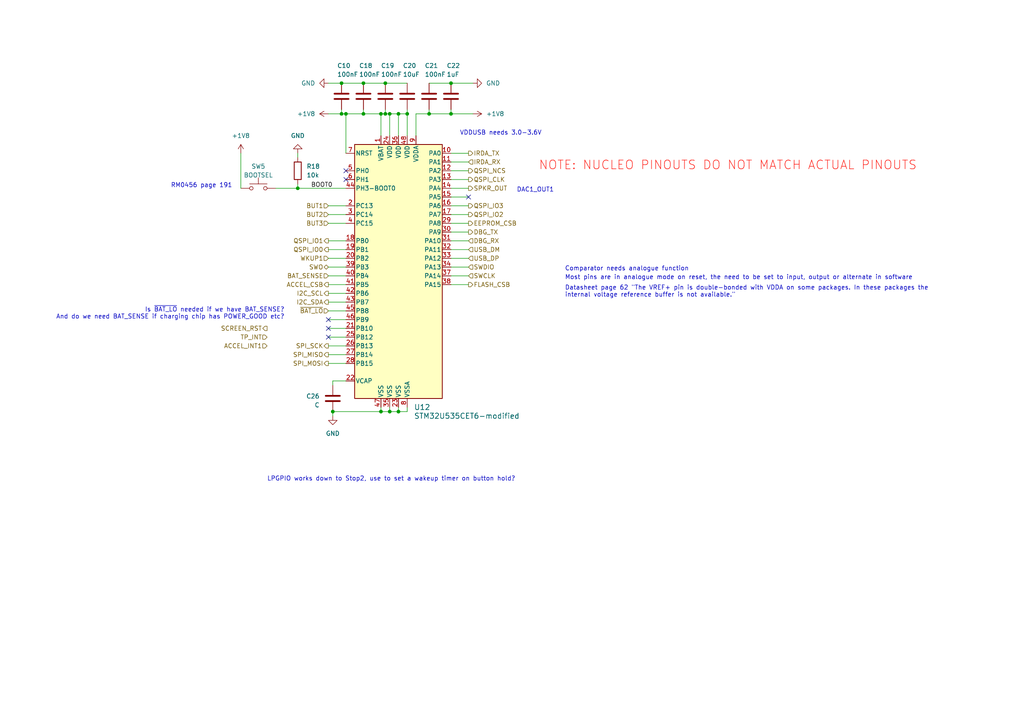
<source format=kicad_sch>
(kicad_sch (version 20230121) (generator eeschema)
  (paper "A4")
  (lib_symbols
    (symbol "Device:C" (pin_numbers hide) (pin_names (offset 0.254))
      (property "Reference" "C" (at 0.635 2.54 0))
      (property "Value" "C" (at 0.635 -2.54 0))
      (symbol "C_0_1"
        (polyline (pts (xy -2.032 -0.762) (xy 2.032 -0.762)) (stroke (width 0.508)))
        (polyline (pts (xy -2.032 0.762) (xy 2.032 0.762)) (stroke (width 0.508)))
      )
      (symbol "C_1_1"
        (pin passive line (at 0 3.81 270) (length 2.794) (name "~") (number "1"))
        (pin passive line (at 0 -3.81 90) (length 2.794) (name "~") (number "2"))
      )
    )
    (symbol "Device:R" (pin_numbers hide) (pin_names (offset 0))
      (property "Reference" "R" (at 2.032 0 90))
      (property "Value" "R" (at 0 0 90))
      (symbol "R_0_1"
        (rectangle (start -1.016 -2.54) (end 1.016 2.54) (stroke (width 0.254)))
      )
      (symbol "R_1_1"
        (pin passive line (at 0 3.81 270) (length 1.27) (name "~") (number "1"))
        (pin passive line (at 0 -3.81 90) (length 1.27) (name "~") (number "2"))
      )
    )
    (symbol "SamacSys_Parts:STM32U535CET6-modified" (pin_names (offset 0.254))
      (property "Reference" "U" (at 12.7 7.62 0))
      (property "Value" "STM32U535CET6-modified" (at 50.8 6.35 0))
      (symbol "STM32U535CET6-modified_0_1"
        (rectangle (start 17.78 5.08) (end 43.18 -68.58) (stroke (width 0.254)) (fill (type background)))
      )
      (symbol "STM32U535CET6-modified_1_1"
        (pin power_in line (at 25.4 7.62 270) (length 2.54) (name "VBAT") (number "1"))
        (pin bidirectional line (at 45.72 2.54 180) (length 2.54) (name "PA0") (number "10"))
        (pin bidirectional line (at 45.72 0 180) (length 2.54) (name "PA1") (number "11"))
        (pin bidirectional line (at 45.72 -2.54 180) (length 2.54) (name "PA2") (number "12"))
        (pin bidirectional line (at 45.72 -5.08 180) (length 2.54) (name "PA3") (number "13"))
        (pin bidirectional line (at 45.72 -7.62 180) (length 2.54) (name "PA4") (number "14"))
        (pin bidirectional line (at 45.72 -10.16 180) (length 2.54) (name "PA5") (number "15"))
        (pin bidirectional line (at 45.72 -12.7 180) (length 2.54) (name "PA6") (number "16"))
        (pin bidirectional line (at 45.72 -15.24 180) (length 2.54) (name "PA7") (number "17"))
        (pin bidirectional line (at 15.24 -22.86 0) (length 2.54) (name "PB0") (number "18"))
        (pin bidirectional line (at 15.24 -25.4 0) (length 2.54) (name "PB1") (number "19"))
        (pin bidirectional line (at 15.24 -12.7 0) (length 2.54) (name "PC13") (number "2"))
        (pin bidirectional line (at 15.24 -27.94 0) (length 2.54) (name "PB2") (number "20"))
        (pin bidirectional line (at 15.24 -48.26 0) (length 2.54) (name "PB10") (number "21"))
        (pin power_in line (at 15.24 -63.5 0) (length 2.54) (name "VCAP") (number "22"))
        (pin power_in line (at 30.48 -71.12 90) (length 2.54) (name "VSS") (number "23"))
        (pin power_in line (at 27.94 7.62 270) (length 2.54) (name "VDD") (number "24"))
        (pin bidirectional line (at 15.24 -50.8 0) (length 2.54) (name "PB12") (number "25"))
        (pin bidirectional line (at 15.24 -53.34 0) (length 2.54) (name "PB13") (number "26"))
        (pin bidirectional line (at 15.24 -55.88 0) (length 2.54) (name "PB14") (number "27"))
        (pin bidirectional line (at 15.24 -58.42 0) (length 2.54) (name "PB15") (number "28"))
        (pin bidirectional line (at 45.72 -17.78 180) (length 2.54) (name "PA8") (number "29"))
        (pin bidirectional line (at 15.24 -15.24 0) (length 2.54) (name "PC14") (number "3"))
        (pin bidirectional line (at 45.72 -20.32 180) (length 2.54) (name "PA9") (number "30"))
        (pin bidirectional line (at 45.72 -22.86 180) (length 2.54) (name "PA10") (number "31"))
        (pin bidirectional line (at 45.72 -25.4 180) (length 2.54) (name "PA11") (number "32"))
        (pin bidirectional line (at 45.72 -27.94 180) (length 2.54) (name "PA12") (number "33"))
        (pin bidirectional line (at 45.72 -30.48 180) (length 2.54) (name "PA13") (number "34"))
        (pin power_in line (at 27.94 -71.12 90) (length 2.54) (name "VSS") (number "35"))
        (pin power_in line (at 30.48 7.62 270) (length 2.54) (name "VDD") (number "36"))
        (pin bidirectional line (at 45.72 -33.02 180) (length 2.54) (name "PA14") (number "37"))
        (pin bidirectional line (at 45.72 -35.56 180) (length 2.54) (name "PA15") (number "38"))
        (pin bidirectional line (at 15.24 -30.48 0) (length 2.54) (name "PB3") (number "39"))
        (pin bidirectional line (at 15.24 -17.78 0) (length 2.54) (name "PC15") (number "4"))
        (pin bidirectional line (at 15.24 -33.02 0) (length 2.54) (name "PB4") (number "40"))
        (pin bidirectional line (at 15.24 -35.56 0) (length 2.54) (name "PB5") (number "41"))
        (pin bidirectional line (at 15.24 -38.1 0) (length 2.54) (name "PB6") (number "42"))
        (pin bidirectional line (at 15.24 -40.64 0) (length 2.54) (name "PB7") (number "43"))
        (pin bidirectional line (at 15.24 -7.62 0) (length 2.54) (name "PH3-BOOT0") (number "44"))
        (pin bidirectional line (at 15.24 -43.18 0) (length 2.54) (name "PB8") (number "45"))
        (pin bidirectional line (at 15.24 -45.72 0) (length 2.54) (name "PB9") (number "46"))
        (pin power_in line (at 25.4 -71.12 90) (length 2.54) (name "VSS") (number "47"))
        (pin power_in line (at 33.02 7.62 270) (length 2.54) (name "VDD") (number "48"))
        (pin bidirectional line (at 15.24 -2.54 0) (length 2.54) (name "PH0") (number "5"))
        (pin bidirectional line (at 15.24 -5.08 0) (length 2.54) (name "PH1") (number "6"))
        (pin bidirectional line (at 15.24 2.54 0) (length 2.54) (name "NRST") (number "7"))
        (pin power_in line (at 33.02 -71.12 90) (length 2.54) (name "VSSA") (number "8"))
        (pin power_in line (at 35.56 7.62 270) (length 2.54) (name "VDDA") (number "9"))
      )
    )
    (symbol "Switch:SW_Push" (pin_numbers hide) (pin_names (offset 1.016) hide)
      (property "Reference" "SW" (at 1.27 2.54 0))
      (property "Value" "SW_Push" (at 0 -1.524 0))
      (symbol "SW_Push_0_1"
        (circle (center -2.032 0) (radius 0.508))
        (polyline (pts (xy 0 1.27) (xy 0 3.048)))
        (polyline (pts (xy 2.54 1.27) (xy -2.54 1.27)))
        (circle (center 2.032 0) (radius 0.508))
        (pin passive line (at -5.08 0 0) (length 2.54) (name "1") (number "1"))
        (pin passive line (at 5.08 0 180) (length 2.54) (name "2") (number "2"))
      )
    )
    (symbol "power:+1V8" (power) (pin_names (offset 0))
      (property "Value" "+1V8" (at 0 3.556 0))
      (symbol "+1V8_0_1"
        (polyline (pts (xy -0.762 1.27) (xy 0 2.54)))
        (polyline (pts (xy 0 0) (xy 0 2.54)))
        (polyline (pts (xy 0 2.54) (xy 0.762 1.27)))
      )
      (symbol "+1V8_1_1"
        (pin power_in line (at 0 0 90) (length 0) hide (name "+1V8") (number "1"))
      )
    )
    (symbol "power:GND" (power) (pin_names (offset 0))
      (property "Value" "GND" (at 0 -3.81 0))
      (symbol "GND_0_1"
        (polyline (pts (xy 0 0) (xy 0 -1.27) (xy 1.27 -1.27) (xy 0 -2.54) (xy -1.27 -1.27) (xy 0 -1.27)))
      )
      (symbol "GND_1_1"
        (pin power_in line (at 0 0 270) (length 0) hide (name "GND") (number "1"))
      )
    )
  )
  (junction (at 113.03 33.02))
  (junction (at 110.49 119.38))
  (junction (at 105.41 33.02))
  (junction (at 86.36 54.61))
  (junction (at 130.81 24.13))
  (junction (at 100.33 33.02))
  (junction (at 96.52 119.38))
  (junction (at 105.41 24.13))
  (junction (at 99.06 24.13))
  (junction (at 115.57 119.38))
  (junction (at 99.06 33.02))
  (junction (at 111.76 33.02))
  (junction (at 124.46 33.02))
  (junction (at 115.57 33.02))
  (junction (at 111.76 24.13))
  (junction (at 118.11 33.02))
  (junction (at 113.03 119.38))
  (junction (at 130.81 33.02))
  (junction (at 110.49 33.02))
  (no_connect (at 95.25 97.79))
  (no_connect (at 100.33 52.07))
  (no_connect (at 95.25 95.25))
  (no_connect (at 100.33 49.53))
  (no_connect (at 135.89 57.15))
  (no_connect (at 95.25 92.71))
  (wire (pts (xy 115.57 33.02) (xy 118.11 33.02)))
  (wire (pts (xy 130.81 59.69) (xy 135.89 59.69)))
  (wire (pts (xy 115.57 119.38) (xy 115.57 118.11)))
  (wire (pts (xy 115.57 119.38) (xy 113.03 119.38)))
  (wire (pts (xy 130.81 52.07) (xy 135.89 52.07)))
  (wire (pts (xy 95.25 77.47) (xy 100.33 77.47)))
  (wire (pts (xy 95.25 72.39) (xy 100.33 72.39)))
  (wire (pts (xy 99.06 31.75) (xy 99.06 33.02)))
  (wire (pts (xy 124.46 33.02) (xy 124.46 31.75)))
  (wire (pts (xy 111.76 31.75) (xy 111.76 33.02)))
  (wire (pts (xy 130.81 24.13) (xy 137.16 24.13)))
  (wire (pts (xy 130.81 64.77) (xy 135.89 64.77)))
  (wire (pts (xy 118.11 31.75) (xy 118.11 33.02)))
  (wire (pts (xy 99.06 24.13) (xy 105.41 24.13)))
  (wire (pts (xy 95.25 87.63) (xy 100.33 87.63)))
  (wire (pts (xy 130.81 74.93) (xy 135.89 74.93)))
  (wire (pts (xy 99.06 33.02) (xy 100.33 33.02)))
  (wire (pts (xy 110.49 33.02) (xy 111.76 33.02)))
  (wire (pts (xy 95.25 62.23) (xy 100.33 62.23)))
  (wire (pts (xy 95.25 90.17) (xy 100.33 90.17)))
  (wire (pts (xy 113.03 33.02) (xy 113.03 39.37)))
  (wire (pts (xy 95.25 92.71) (xy 100.33 92.71)))
  (wire (pts (xy 124.46 24.13) (xy 130.81 24.13)))
  (wire (pts (xy 130.81 33.02) (xy 124.46 33.02)))
  (wire (pts (xy 95.25 85.09) (xy 100.33 85.09)))
  (wire (pts (xy 110.49 118.11) (xy 110.49 119.38)))
  (wire (pts (xy 95.25 105.41) (xy 100.33 105.41)))
  (wire (pts (xy 95.25 59.69) (xy 100.33 59.69)))
  (wire (pts (xy 95.25 102.87) (xy 100.33 102.87)))
  (wire (pts (xy 95.25 33.02) (xy 99.06 33.02)))
  (wire (pts (xy 120.65 33.02) (xy 120.65 39.37)))
  (wire (pts (xy 95.25 69.85) (xy 100.33 69.85)))
  (wire (pts (xy 113.03 119.38) (xy 110.49 119.38)))
  (wire (pts (xy 130.81 49.53) (xy 135.89 49.53)))
  (wire (pts (xy 105.41 33.02) (xy 110.49 33.02)))
  (wire (pts (xy 95.25 100.33) (xy 100.33 100.33)))
  (wire (pts (xy 130.81 77.47) (xy 135.89 77.47)))
  (wire (pts (xy 100.33 33.02) (xy 100.33 44.45)))
  (wire (pts (xy 118.11 119.38) (xy 118.11 118.11)))
  (wire (pts (xy 96.52 120.65) (xy 96.52 119.38)))
  (wire (pts (xy 69.85 44.45) (xy 69.85 54.61)))
  (wire (pts (xy 130.81 44.45) (xy 135.89 44.45)))
  (wire (pts (xy 124.46 33.02) (xy 120.65 33.02)))
  (wire (pts (xy 96.52 110.49) (xy 96.52 111.76)))
  (wire (pts (xy 115.57 33.02) (xy 115.57 39.37)))
  (wire (pts (xy 86.36 54.61) (xy 100.33 54.61)))
  (wire (pts (xy 118.11 33.02) (xy 118.11 39.37)))
  (wire (pts (xy 86.36 53.34) (xy 86.36 54.61)))
  (wire (pts (xy 130.81 46.99) (xy 135.89 46.99)))
  (wire (pts (xy 86.36 44.45) (xy 86.36 45.72)))
  (wire (pts (xy 105.41 24.13) (xy 111.76 24.13)))
  (wire (pts (xy 111.76 33.02) (xy 113.03 33.02)))
  (wire (pts (xy 95.25 64.77) (xy 100.33 64.77)))
  (wire (pts (xy 130.81 82.55) (xy 135.89 82.55)))
  (wire (pts (xy 111.76 24.13) (xy 118.11 24.13)))
  (wire (pts (xy 130.81 33.02) (xy 137.16 33.02)))
  (wire (pts (xy 100.33 110.49) (xy 96.52 110.49)))
  (wire (pts (xy 135.89 57.15) (xy 130.81 57.15)))
  (wire (pts (xy 95.25 74.93) (xy 100.33 74.93)))
  (wire (pts (xy 95.25 95.25) (xy 100.33 95.25)))
  (wire (pts (xy 130.81 54.61) (xy 135.89 54.61)))
  (wire (pts (xy 95.25 80.01) (xy 100.33 80.01)))
  (wire (pts (xy 95.25 82.55) (xy 100.33 82.55)))
  (wire (pts (xy 80.01 54.61) (xy 86.36 54.61)))
  (wire (pts (xy 130.81 72.39) (xy 135.89 72.39)))
  (wire (pts (xy 130.81 69.85) (xy 135.89 69.85)))
  (wire (pts (xy 105.41 31.75) (xy 105.41 33.02)))
  (wire (pts (xy 113.03 118.11) (xy 113.03 119.38)))
  (wire (pts (xy 113.03 33.02) (xy 115.57 33.02)))
  (wire (pts (xy 100.33 33.02) (xy 105.41 33.02)))
  (wire (pts (xy 130.81 33.02) (xy 130.81 31.75)))
  (wire (pts (xy 115.57 119.38) (xy 118.11 119.38)))
  (wire (pts (xy 110.49 119.38) (xy 96.52 119.38)))
  (wire (pts (xy 95.25 97.79) (xy 100.33 97.79)))
  (wire (pts (xy 130.81 67.31) (xy 135.89 67.31)))
  (wire (pts (xy 110.49 33.02) (xy 110.49 39.37)))
  (wire (pts (xy 130.81 62.23) (xy 135.89 62.23)))
  (wire (pts (xy 95.25 24.13) (xy 99.06 24.13)))
  (wire (pts (xy 130.81 80.01) (xy 135.89 80.01)))
  (text "LPGPIO works down to Stop2, use to set a wakeup timer on button hold?" (at 77.47 139.7 0) (effects (font (size 1.27 1.27)) (justify left bottom)))
  (text "DAC1_OUT1" (at 149.86 55.88 0) (effects (font (size 1.27 1.27)) (justify left bottom)))
  (text "Is ~{BAT_LO} needed if we have BAT_SENSE?\nAnd do we need BAT_SENSE if charging chip has POWER_GOOD etc?\n" (at 82.55 92.71 0) (effects (font (size 1.27 1.27)) (justify right bottom)))
  (text "NOTE: NUCLEO PINOUTS DO NOT MATCH ACTUAL PINOUTS" (at 156.21 49.53 0) (effects (font (size 2.54 2.54)) (justify left bottom)))
  (text "RM0456 page 191" (at 49.53 54.61 0) (effects (font (size 1.27 1.27)) (justify left bottom)))
  (text "Datasheet page 62 \"The VREF+ pin is double-bonded with VDDA on some packages. In these packages the\ninternal voltage reference buffer is not available.\"" (at 163.83 86.36 0) (effects (font (size 1.27 1.27)) (justify left bottom)))
  (text "Comparator needs analogue function" (at 163.83 78.74 0) (effects (font (size 1.27 1.27)) (justify left bottom)))
  (text "VDDUSB needs 3.0-3.6V" (at 133.35 39.37 0) (effects (font (size 1.27 1.27)) (justify left bottom)))
  (text "Most pins are in analogue mode on reset, the need to be set to input, output or alternate in software" (at 163.83 81.28 0) (effects (font (size 1.27 1.27)) (justify left bottom)))
  (label "BOOT0" (at 90.17 54.61 0))
  (hierarchical_label "IRDA_RX" (shape input) (at 135.89 46.99 0))
  (hierarchical_label "ACCEL_CSB" (shape output) (at 95.25 82.55 180))
  (hierarchical_label "SCREEN_RST" (shape output) (at 77.47 95.25 180))
  (hierarchical_label "I2C_SDA" (shape output) (at 95.25 87.63 180))
  (hierarchical_label "QSPI_IO0" (shape output) (at 95.25 72.39 180))
  (hierarchical_label "QSPI_CLK" (shape output) (at 135.89 52.07 0))
  (hierarchical_label "SWCLK" (shape input) (at 135.89 80.01 0))
  (hierarchical_label "SPKR_OUT" (shape output) (at 135.89 54.61 0))
  (hierarchical_label "QSPI_NCS" (shape output) (at 135.89 49.53 0))
  (hierarchical_label "DBG_TX" (shape output) (at 135.89 67.31 0))
  (hierarchical_label "SWDIO" (shape input) (at 135.89 77.47 0))
  (hierarchical_label "SPI_SCK" (shape output) (at 95.25 100.33 180))
  (hierarchical_label "EEPROM_CSB" (shape output) (at 135.89 64.77 0))
  (hierarchical_label "BUT2" (shape input) (at 95.25 62.23 180))
  (hierarchical_label "BAT_SENSE" (shape input) (at 95.25 80.01 180))
  (hierarchical_label "ACCEL_INT1" (shape input) (at 77.47 100.33 180))
  (hierarchical_label "QSPI_IO1" (shape output) (at 95.25 69.85 180))
  (hierarchical_label "IRDA_TX" (shape output) (at 135.89 44.45 0))
  (hierarchical_label "WKUP1" (shape input) (at 95.25 74.93 180))
  (hierarchical_label "SWO" (shape bidirectional) (at 95.25 77.47 180))
  (hierarchical_label "~{BAT_LO}" (shape input) (at 95.25 90.17 180))
  (hierarchical_label "SPI_MOSI" (shape output) (at 95.25 105.41 180))
  (hierarchical_label "TP_INT" (shape input) (at 77.47 97.79 180))
  (hierarchical_label "BUT3" (shape input) (at 95.25 64.77 180))
  (hierarchical_label "FLASH_CSB" (shape output) (at 135.89 82.55 0))
  (hierarchical_label "BUT1" (shape input) (at 95.25 59.69 180))
  (hierarchical_label "DBG_RX" (shape input) (at 135.89 69.85 0))
  (hierarchical_label "QSPI_IO3" (shape output) (at 135.89 59.69 0))
  (hierarchical_label "USB_DM" (shape input) (at 135.89 72.39 0))
  (hierarchical_label "SPI_MISO" (shape output) (at 95.25 102.87 180))
  (hierarchical_label "USB_DP" (shape input) (at 135.89 74.93 0))
  (hierarchical_label "I2C_SCL" (shape output) (at 95.25 85.09 180))
  (hierarchical_label "QSPI_IO2" (shape output) (at 135.89 62.23 0))
  (symbol (lib_id "Device:C") (at 124.46 27.94 0) (unit 1)
    (property "Reference" "C21" (at 123.19 19.05 0) (effects (justify left)))
    (property "Value" "100nF" (at 123.19 21.59 0) (effects (justify left)))
    (property "Footprint" "Capacitor_SMD:C_0402_1005Metric" (effects hide))
  )
  (symbol (lib_id "Device:C") (at 105.41 27.94 0) (unit 1)
    (property "Reference" "C18" (at 104.14 19.05 0) (effects (justify left)))
    (property "Value" "100nF" (at 104.14 21.59 0) (effects (justify left)))
    (property "Footprint" "Capacitor_SMD:C_0402_1005Metric" (effects hide))
  )
  (symbol (lib_id "Device:C") (at 99.06 27.94 0) (unit 1)
    (property "Reference" "C10" (at 97.79 19.05 0) (effects (justify left)))
    (property "Value" "100nF" (at 97.79 21.59 0) (effects (justify left)))
    (property "Footprint" "Capacitor_SMD:C_0402_1005Metric" (effects hide))
  )
  (symbol (lib_id "Device:C") (at 118.11 27.94 0) (unit 1)
    (property "Reference" "C20" (at 116.84 19.05 0) (effects (justify left)))
    (property "Value" "10uF" (at 116.84 21.59 0) (effects (justify left)))
    (property "Footprint" "Capacitor_SMD:C_0402_1005Metric" (effects hide))
  )
  (symbol (lib_id "Device:R") (at 86.36 49.53 0) (mirror y) (unit 1)
    (property "Reference" "R18" (at 88.9 48.26 0) (effects (justify right)))
    (property "Value" "10k" (at 88.9 50.8 0) (effects (justify right)))
    (property "Footprint" "Capacitor_SMD:C_0402_1005Metric" (effects hide))
  )
  (symbol (lib_id "power:+1V8") (at 69.85 44.45 0) (unit 1)
    (property "Reference" "#PWR07" (effects hide))
    (property "Value" "+1V8" (at 69.85 39.37 0))
  )
  (symbol (lib_id "power:GND") (at 86.36 44.45 180) (unit 1)
    (property "Reference" "#PWR08" (effects hide))
    (property "Value" "GND" (at 86.36 39.37 0))
  )
  (symbol (lib_id "power:+1V8") (at 95.25 33.02 90) (unit 1)
    (property "Reference" "#PWR03" (effects hide))
    (property "Value" "+1V8" (at 91.44 33.02 90) (effects (justify left)))
  )
  (symbol (lib_id "power:GND") (at 96.52 120.65 0) (unit 1)
    (property "Reference" "#PWR025" (effects hide))
    (property "Value" "GND" (at 96.52 125.73 0))
  )
  (symbol (lib_id "SamacSys_Parts:STM32U535CET6-modified") (at 85.09 46.99 0) (unit 1)
    (property "Reference" "U12" (at 120.0659 118.11 0) (effects (font (size 1.524 1.524)) (justify left)))
    (property "Value" "STM32U535CET6-modified" (at 120.0659 120.65 0) (effects (font (size 1.524 1.524)) (justify left)))
    (property "Footprint" "Package_QFP:LQFP-48_7x7mm_P0.5mm" (effects hide))
    (property "Datasheet" "https://www.st.com/resource/en/datasheet/stm32u535ce.pdf" (effects hide))
  )
  (symbol (lib_id "power:GND") (at 137.16 24.13 90) (unit 1)
    (property "Reference" "#PWR05" (effects hide))
    (property "Value" "GND" (at 140.97 24.13 90) (effects (justify right)))
  )
  (symbol (lib_id "power:GND") (at 95.25 24.13 270) (unit 1)
    (property "Reference" "#PWR06" (effects hide))
    (property "Value" "GND" (at 91.44 24.13 90) (effects (justify right)))
  )
  (symbol (lib_id "Device:C") (at 111.76 27.94 0) (unit 1)
    (property "Reference" "C19" (at 110.49 19.05 0) (effects (justify left)))
    (property "Value" "100nF" (at 110.49 21.59 0) (effects (justify left)))
    (property "Footprint" "Capacitor_SMD:C_0402_1005Metric" (effects hide))
  )
  (symbol (lib_id "Switch:SW_Push") (at 74.93 54.61 0) (unit 1)
    (property "Reference" "SW5" (at 74.93 48.26 0))
    (property "Value" "BOOTSEL" (at 74.93 50.8 0))
    (property "Footprint" "Jumper:SolderJumper-2_P1.3mm_Open_Pad1.0x1.5mm" (effects hide))
    (instances (project "picowalker-32" (path "" (reference "SW5") (unit 1))) (project "picowalker-breadboard" (path "" (reference "SW1") (unit 1))))
  )
  (symbol (lib_id "Device:C") (at 130.81 27.94 0) (unit 1)
    (property "Reference" "C22" (at 129.54 19.05 0) (effects (justify left)))
    (property "Value" "1uF" (at 129.54 21.59 0) (effects (justify left)))
    (property "Footprint" "Capacitor_SMD:C_0402_1005Metric" (effects hide))
  )
  (symbol (lib_id "Device:C") (at 96.52 115.57 0) (unit 1)
    (property "Reference" "C26" (at 92.71 114.935 0) (effects (justify right)))
    (property "Value" "C" (at 92.71 117.475 0) (effects (justify right)))
    (property "Footprint" "Capacitor_SMD:C_0402_1005Metric" (effects hide))
  )
  (symbol (lib_id "power:+1V8") (at 137.16 33.02 270) (unit 1)
    (property "Reference" "#PWR04" (effects hide))
    (property "Value" "+1V8" (at 140.97 33.02 90) (effects (justify left)))
  )
)
</source>
